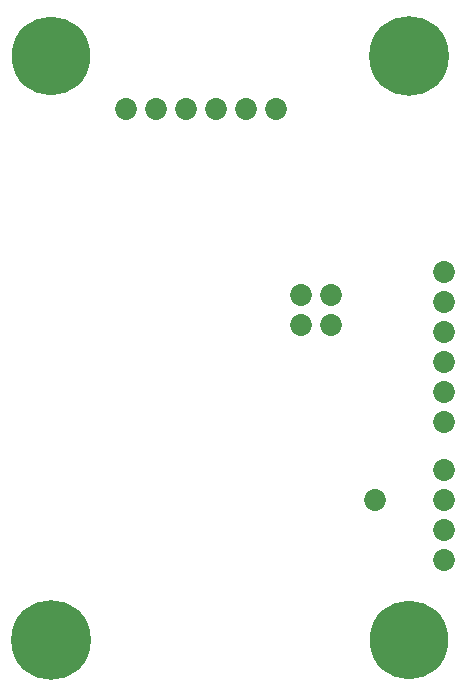
<source format=gbr>
G04 start of page 13 for group -4062 idx -4062 *
G04 Title: (unknown), soldermask *
G04 Creator: pcb v4.1.3-ge2c36c29 *
G04 CreationDate: Sun Jul 18 18:04:05 2021 UTC *
G04 For: p *
G04 Format: Gerber/RS-274X *
G04 PCB-Dimensions (mil): 6000.00 5000.00 *
G04 PCB-Coordinate-Origin: lower left *
%MOIN*%
%FSLAX25Y25*%
%LNBOTTOMMASK*%
%ADD112C,0.2657*%
%ADD111C,0.2619*%
%ADD110C,0.0729*%
G54D110*X378500Y298000D03*
Y288000D03*
Y278000D03*
X322500Y352500D03*
X312500D03*
X302500D03*
X292500D03*
X282500D03*
X272500D03*
X331000Y290457D03*
Y280457D03*
X341000D03*
Y290457D03*
X378500Y268000D03*
Y258000D03*
Y248000D03*
Y232000D03*
Y222000D03*
Y212000D03*
Y202000D03*
X355500Y222000D03*
G54D111*X247500Y370000D03*
G54D112*Y175511D03*
G54D111*X366791D03*
G54D112*Y370000D03*
M02*

</source>
